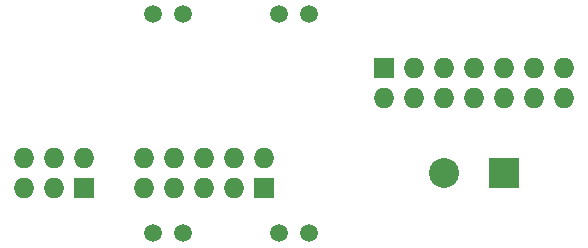
<source format=gbr>
G04 #@! TF.FileFunction,Soldermask,Bot*
%FSLAX46Y46*%
G04 Gerber Fmt 4.6, Leading zero omitted, Abs format (unit mm)*
G04 Created by KiCad (PCBNEW 4.0.2+dfsg1-stable) date Sat 09 Apr 2016 11:20:45 AM EDT*
%MOMM*%
G01*
G04 APERTURE LIST*
%ADD10C,0.100000*%
%ADD11R,1.727200X1.727200*%
%ADD12O,1.727200X1.727200*%
%ADD13R,2.540000X2.540000*%
%ADD14C,2.540000*%
%ADD15C,1.500000*%
G04 APERTURE END LIST*
D10*
D11*
X-3810000Y3810000D03*
D12*
X-3810000Y6350000D03*
X-6350000Y3810000D03*
X-6350000Y6350000D03*
X-8890000Y3810000D03*
X-8890000Y6350000D03*
X-11430000Y3810000D03*
X-11430000Y6350000D03*
X-13970000Y3810000D03*
X-13970000Y6350000D03*
D11*
X6350000Y13970000D03*
D12*
X6350000Y11430000D03*
X8890000Y13970000D03*
X8890000Y11430000D03*
X11430000Y13970000D03*
X11430000Y11430000D03*
X13970000Y13970000D03*
X13970000Y11430000D03*
X16510000Y13970000D03*
X16510000Y11430000D03*
X19050000Y13970000D03*
X19050000Y11430000D03*
X21590000Y13970000D03*
X21590000Y11430000D03*
D11*
X-19050000Y3810000D03*
D12*
X-19050000Y6350000D03*
X-21590000Y3810000D03*
X-21590000Y6350000D03*
X-24130000Y3810000D03*
X-24130000Y6350000D03*
D13*
X16510000Y5080000D03*
D14*
X11430000Y5080000D03*
D15*
X-13208000Y0D03*
X-10668000Y0D03*
X0Y0D03*
X-2540000Y0D03*
X-13208000Y18542000D03*
X-10668000Y18542000D03*
X0Y18542000D03*
X-2540000Y18542000D03*
M02*

</source>
